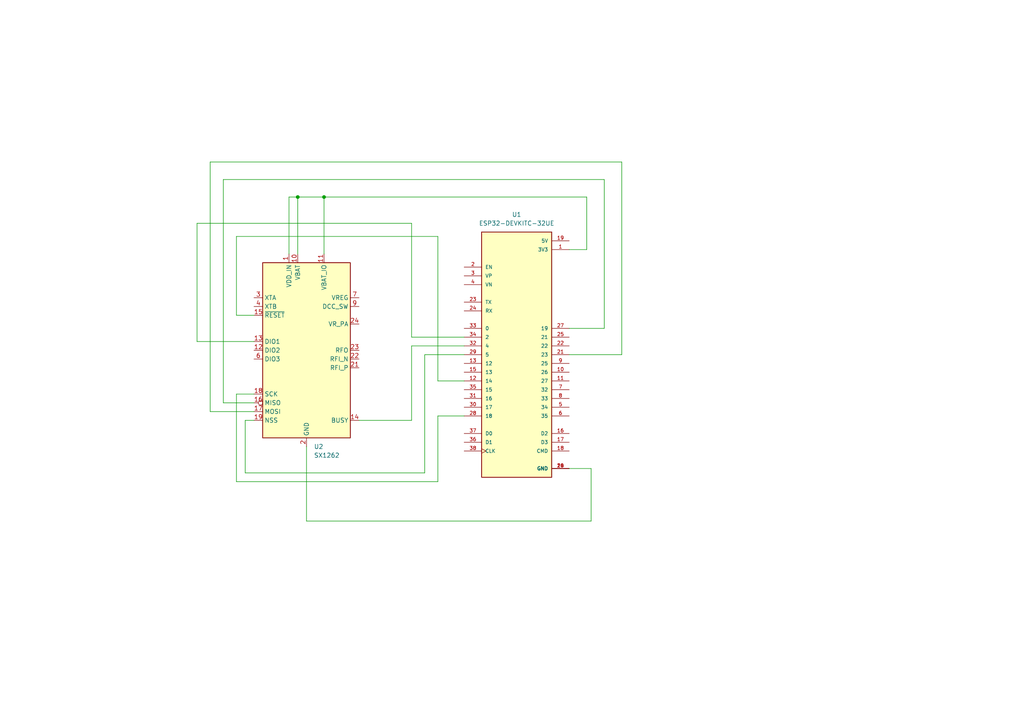
<source format=kicad_sch>
(kicad_sch (version 20250114) (generator "eeschema") (generator_version "9.0")
  (paper "A4")
  (title_block (title "ESP32-WROOM-32 | SX1262") (date "2025-05-04") (rev "1") (company "FH-Hagenberg") (comment 1 "Interactive Media") (comment 2 "Pervasive Computing") (comment 3 "Volker Christian") (comment 4 "RadioLib | SX-1262-Module-Pins | NSS/CS, DI01, RESET, BUSY | 5, 2, 14, 4 | SPI-Pins"))
  (lib_symbols
    (symbol "ESP32:ESP32-DEVKITC-32UE" (pin_names (offset 1.016))
      (property "Reference" "U" (at -10.16 36.83 0))
      (property "Value" "ESP32-DEVKITC-32UE" (at -10.16 -38.1 0))
      (symbol "ESP32-DEVKITC-32UE_0_0"
        (rectangle (start -10.16 -35.56) (end 10.16 35.56) (stroke (width 0.254)) (fill (type background)))
        (pin input line (at -15.24 25.4 0) (length 5.08) (name "EN") (number "2"))
        (pin input line (at -15.24 22.86 0) (length 5.08) (name "VP") (number "3"))
        (pin input line (at -15.24 20.32 0) (length 5.08) (name "VN") (number "4"))
        (pin bidirectional line (at -15.24 15.24 0) (length 5.08) (name "TX") (number "23"))
        (pin bidirectional line (at -15.24 12.7 0) (length 5.08) (name "RX") (number "24"))
        (pin bidirectional line (at -15.24 7.62 0) (length 5.08) (name "0") (number "33"))
        (pin bidirectional line (at -15.24 5.08 0) (length 5.08) (name "2") (number "34"))
        (pin bidirectional line (at -15.24 2.54 0) (length 5.08) (name "4") (number "32"))
        (pin bidirectional line (at -15.24 0 0) (length 5.08) (name "5") (number "29"))
        (pin bidirectional line (at -15.24 -2.54 0) (length 5.08) (name "12") (number "13"))
        (pin bidirectional line (at -15.24 -5.08 0) (length 5.08) (name "13") (number "15"))
        (pin bidirectional line (at -15.24 -7.62 0) (length 5.08) (name "14") (number "12"))
        (pin bidirectional line (at -15.24 -10.16 0) (length 5.08) (name "15") (number "35"))
        (pin bidirectional line (at -15.24 -12.7 0) (length 5.08) (name "16") (number "31"))
        (pin bidirectional line (at -15.24 -15.24 0) (length 5.08) (name "17") (number "30"))
        (pin bidirectional line (at -15.24 -17.78 0) (length 5.08) (name "18") (number "28"))
        (pin bidirectional line (at -15.24 -22.86 0) (length 5.08) (name "D0") (number "37"))
        (pin bidirectional line (at -15.24 -25.4 0) (length 5.08) (name "D1") (number "36"))
        (pin bidirectional clock (at -15.24 -27.94 0) (length 5.08) (name "CLK") (number "38"))
        (pin power_in line (at 15.24 33.02 180) (length 5.08) (name "5V") (number "19"))
        (pin power_in line (at 15.24 30.48 180) (length 5.08) (name "3V3") (number "1"))
        (pin bidirectional line (at 15.24 7.62 180) (length 5.08) (name "19") (number "27"))
        (pin bidirectional line (at 15.24 5.08 180) (length 5.08) (name "21") (number "25"))
        (pin bidirectional line (at 15.24 2.54 180) (length 5.08) (name "22") (number "22"))
        (pin bidirectional line (at 15.24 0 180) (length 5.08) (name "23") (number "21"))
        (pin bidirectional line (at 15.24 -2.54 180) (length 5.08) (name "25") (number "9"))
        (pin bidirectional line (at 15.24 -5.08 180) (length 5.08) (name "26") (number "10"))
        (pin bidirectional line (at 15.24 -7.62 180) (length 5.08) (name "27") (number "11"))
        (pin bidirectional line (at 15.24 -10.16 180) (length 5.08) (name "32") (number "7"))
        (pin bidirectional line (at 15.24 -12.7 180) (length 5.08) (name "33") (number "8"))
        (pin bidirectional line (at 15.24 -15.24 180) (length 5.08) (name "34") (number "5"))
        (pin bidirectional line (at 15.24 -17.78 180) (length 5.08) (name "35") (number "6"))
        (pin bidirectional line (at 15.24 -22.86 180) (length 5.08) (name "D2") (number "16"))
        (pin bidirectional line (at 15.24 -25.4 180) (length 5.08) (name "D3") (number "17"))
        (pin bidirectional line (at 15.24 -27.94 180) (length 5.08) (name "CMD") (number "18"))
        (pin power_in line (at 15.24 -33.02 180) (length 5.08) (name "GND") (number "14"))
        (pin power_in line (at 15.24 -33.02 180) (length 5.08) (name "GND") (number "20"))
        (pin power_in line (at 15.24 -33.02 180) (length 5.08) (name "GND") (number "26"))
      )
    )
    (symbol "RF:SX1262IMLTRT"
      (property "Reference" "U" (at 13.97 24.13 0))
      (property "Value" "SX1262IMLTRT" (at 13.97 21.59 0))
      (symbol "SX1262IMLTRT_0_1"
        (rectangle (start -12.7 25.4) (end 12.7 -25.4) (stroke (width 0.254)) (fill (type background)))
      )
      (symbol "SX1262IMLTRT_1_1"
        (pin bidirectional line (at -15.24 15.24 0) (length 2.54) (name "XTA") (number "3"))
        (pin bidirectional line (at -15.24 12.7 0) (length 2.54) (name "XTB") (number "4"))
        (pin input line (at -15.24 10.16 0) (length 2.54) (name "~{RESET}") (number "15"))
        (pin bidirectional line (at -15.24 2.54 0) (length 2.54) (name "DIO1") (number "13"))
        (pin bidirectional line (at -15.24 0 0) (length 2.54) (name "DIO2") (number "12"))
        (pin bidirectional line (at -15.24 -2.54 0) (length 2.54) (name "DIO3") (number "6"))
        (pin input line (at -15.24 -12.7 0) (length 2.54) (name "SCK") (number "18"))
        (pin tri_state inverted (at -15.24 -15.24 0) (length 2.54) (name "MISO") (number "16"))
        (pin input line (at -15.24 -17.78 0) (length 2.54) (name "MOSI") (number "17"))
        (pin input line (at -15.24 -20.32 0) (length 2.54) (name "NSS") (number "19"))
        (pin power_in line (at -5.08 27.94 270) (length 2.54) (name "VDD_IN") (number "1"))
        (pin power_in line (at -2.54 27.94 270) (length 2.54) (name "VBAT") (number "10"))
        (pin power_in line (at 0 -27.94 90) (length 2.54) (name "GND") (number "2"))
        (pin passive line (at 0 -27.94 90) (length 2.54) (hide yes) (name "GND") (number "20"))
        (pin passive line (at 0 -27.94 90) (length 2.54) (hide yes) (name "GND") (number "25"))
        (pin passive line (at 0 -27.94 90) (length 2.54) (hide yes) (name "GND") (number "5"))
        (pin passive line (at 0 -27.94 90) (length 2.54) (hide yes) (name "GND") (number "8"))
        (pin power_in line (at 5.08 27.94 270) (length 2.54) (name "VBAT_IO") (number "11"))
        (pin power_out line (at 15.24 15.24 180) (length 2.54) (name "VREG") (number "7"))
        (pin power_out line (at 15.24 12.7 180) (length 2.54) (name "DCC_SW") (number "9"))
        (pin power_out line (at 15.24 7.62 180) (length 2.54) (name "VR_PA") (number "24"))
        (pin output line (at 15.24 0 180) (length 2.54) (name "RFO") (number "23"))
        (pin input line (at 15.24 -2.54 180) (length 2.54) (name "RFI_N") (number "22"))
        (pin input line (at 15.24 -5.08 180) (length 2.54) (name "RFI_P") (number "21"))
        (pin output line (at 15.24 -20.32 180) (length 2.54) (name "BUSY") (number "14"))
      )
    )
  )
  (junction (at 86.36 57.15))
  (junction (at 93.98 57.15))
  (wire (pts (xy 175.26 95.25) (xy 165.1 95.25)))
  (wire (pts (xy 93.98 57.15) (xy 170.18 57.15)))
  (wire (pts (xy 73.66 121.92) (xy 71.12 121.92)))
  (wire (pts (xy 165.1 135.89) (xy 171.45 135.89)))
  (wire (pts (xy 64.77 116.84) (xy 64.77 52.07)))
  (wire (pts (xy 68.58 139.7) (xy 127 139.7)))
  (wire (pts (xy 127 120.65) (xy 134.62 120.65)))
  (wire (pts (xy 123.19 137.16) (xy 123.19 102.87)))
  (wire (pts (xy 127 110.49) (xy 127 68.58)))
  (wire (pts (xy 68.58 68.58) (xy 68.58 91.44)))
  (wire (pts (xy 171.45 135.89) (xy 171.45 151.13)))
  (wire (pts (xy 119.38 64.77) (xy 57.15 64.77)))
  (wire (pts (xy 68.58 91.44) (xy 73.66 91.44)))
  (wire (pts (xy 83.82 57.15) (xy 86.36 57.15)))
  (wire (pts (xy 134.62 110.49) (xy 127 110.49)))
  (wire (pts (xy 180.34 46.99) (xy 180.34 102.87)))
  (wire (pts (xy 119.38 121.92) (xy 104.14 121.92)))
  (wire (pts (xy 73.66 119.38) (xy 60.96 119.38)))
  (wire (pts (xy 83.82 73.66) (xy 83.82 57.15)))
  (wire (pts (xy 71.12 121.92) (xy 71.12 137.16)))
  (wire (pts (xy 93.98 57.15) (xy 93.98 73.66)))
  (wire (pts (xy 175.26 52.07) (xy 175.26 95.25)))
  (wire (pts (xy 86.36 57.15) (xy 93.98 57.15)))
  (wire (pts (xy 64.77 52.07) (xy 175.26 52.07)))
  (wire (pts (xy 86.36 57.15) (xy 86.36 73.66)))
  (wire (pts (xy 165.1 72.39) (xy 170.18 72.39)))
  (wire (pts (xy 180.34 102.87) (xy 165.1 102.87)))
  (wire (pts (xy 170.18 57.15) (xy 170.18 72.39)))
  (wire (pts (xy 73.66 116.84) (xy 64.77 116.84)))
  (wire (pts (xy 127 139.7) (xy 127 120.65)))
  (wire (pts (xy 57.15 64.77) (xy 57.15 99.06)))
  (wire (pts (xy 119.38 97.79) (xy 119.38 64.77)))
  (wire (pts (xy 134.62 97.79) (xy 119.38 97.79)))
  (wire (pts (xy 127 68.58) (xy 68.58 68.58)))
  (wire (pts (xy 123.19 102.87) (xy 134.62 102.87)))
  (wire (pts (xy 60.96 119.38) (xy 60.96 46.99)))
  (wire (pts (xy 171.45 151.13) (xy 88.9 151.13)))
  (wire (pts (xy 57.15 99.06) (xy 73.66 99.06)))
  (wire (pts (xy 134.62 100.33) (xy 119.38 100.33)))
  (wire (pts (xy 71.12 137.16) (xy 123.19 137.16)))
  (wire (pts (xy 68.58 114.3) (xy 68.58 139.7)))
  (wire (pts (xy 73.66 114.3) (xy 68.58 114.3)))
  (wire (pts (xy 60.96 46.99) (xy 180.34 46.99)))
  (wire (pts (xy 119.38 100.33) (xy 119.38 121.92)))
  (wire (pts (xy 88.9 151.13) (xy 88.9 129.54)))
  (symbol (lib_id "ESP32:ESP32-DEVKITC-32UE") (at 149.86 102.87 0) (unit 1)
    (property "Reference" "U1" (at 149.86 62.23 0))
    (property "Value" "ESP32-DEVKITC-32UE" (at 149.86 64.77 0))
    (property "Footprint" "footprints:ESPRESSIF_ESP32-DEVKITC-32UE" (effects (hide yes)))
    (property "DigiKey_Part_Number" "1965-ESP32-DEVKITC-32UE-ND" (effects (hide yes)))
    (property "SnapEDA_Link" "https://www.snapeda.com/parts/ESP32-DEVKITC-32UE/Espressif+Systems/view-part/?ref=snap" (effects (hide yes)))
    (property "MAXIMUM_PACKAGE_HEIGHT" "N/A" (effects (hide yes)))
    (property "Package" "CUSTOM-38 ESPRESSIF" (effects (hide yes)))
    (property "Check_prices" "https://www.snapeda.com/parts/ESP32-DEVKITC-32UE/Espressif+Systems/view-part/?ref=eda" (effects (hide yes)))
    (property "STANDARD" "Manufacturer Recommendations" (effects (hide yes)))
    (property "PARTREV" "V4" (effects (hide yes)))
    (property "MF" "Espressif Systems" (effects (hide yes)))
    (property "MP" "ESP32-DEVKITC-32UE" (effects (hide yes)))
    (property "Description_1" "The ESP32-DEVKITC-32UE evaluation board from Espressif Systems is designed for seamless wireless connectivity in IoT applications. Powered by the ESP32-WROOM-32UE module, it supports dual-mode Bluetooth® Smart Ready 4.x and 802.11 b/g/n Wi-Fi at 2.4GHz. The board features a robust Xtensa® dual-core 32-bit LX6 microprocessor and is equipped with 4MB flash for efficient handling of complex tasks. It includes 26 GPIO pins and an IPEX U.FL antenna for flexible interfacing and reliable wireless performance." (effects (hide yes)))
    (property "MANUFACTURER" "Espressif" (effects (hide yes)))
    (property "SNAPEDA_PN" "ESP32-DEVKITC-32UE" (effects (hide yes)))
  )
  (symbol (lib_id "RF:SX1262IMLTRT") (at 88.9 101.6 0) (unit 1)
    (property "Reference" "U2" (at 91.0433 129.54 0) (effects (justify left)))
    (property "Value" "SX1262" (at 91.0433 132.08 0) (effects (justify left)))
    (property "Footprint" "Package_DFN_QFN:QFN-24-1EP_4x4mm_P0.5mm_EP2.6x2.6mm" (effects (hide yes)))
    (property "Datasheet" "https://semtech.file.force.com/sfc/dist/version/download/?oid=00DE0000000JelG&ids=0682R00000IjPWSQA3&d=%2Fa%2F2R000000Un7F%2FyT.fKdAr9ZAo3cJLc4F2cBdUsMftpT2vsOICP7NmvMo" (effects (hide yes)))
    (property "Description" "150 MHz to 960 MHz Low Power Long Range Transceiver, 22dBm output power, spreading factor from 5 to 12, LoRA, QFN-24" (effects (hide yes)))
  )
)
</source>
